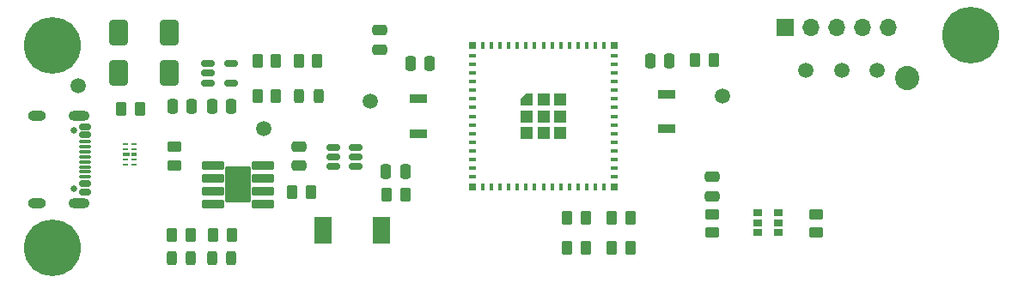
<source format=gts>
%TF.GenerationSoftware,KiCad,Pcbnew,8.0.8*%
%TF.CreationDate,2025-04-24T21:45:02+02:00*%
%TF.ProjectId,LD2420_Radar_ESP32,4c443234-3230-45f5-9261-6461725f4553,rev?*%
%TF.SameCoordinates,Original*%
%TF.FileFunction,Soldermask,Top*%
%TF.FilePolarity,Negative*%
%FSLAX46Y46*%
G04 Gerber Fmt 4.6, Leading zero omitted, Abs format (unit mm)*
G04 Created by KiCad (PCBNEW 8.0.8) date 2025-04-24 21:45:02*
%MOMM*%
%LPD*%
G01*
G04 APERTURE LIST*
G04 Aperture macros list*
%AMRoundRect*
0 Rectangle with rounded corners*
0 $1 Rounding radius*
0 $2 $3 $4 $5 $6 $7 $8 $9 X,Y pos of 4 corners*
0 Add a 4 corners polygon primitive as box body*
4,1,4,$2,$3,$4,$5,$6,$7,$8,$9,$2,$3,0*
0 Add four circle primitives for the rounded corners*
1,1,$1+$1,$2,$3*
1,1,$1+$1,$4,$5*
1,1,$1+$1,$6,$7*
1,1,$1+$1,$8,$9*
0 Add four rect primitives between the rounded corners*
20,1,$1+$1,$2,$3,$4,$5,0*
20,1,$1+$1,$4,$5,$6,$7,0*
20,1,$1+$1,$6,$7,$8,$9,0*
20,1,$1+$1,$8,$9,$2,$3,0*%
%AMFreePoly0*
4,1,6,0.600000,-0.600000,-0.600000,-0.600000,-0.600000,0.000000,0.000000,0.600000,0.600000,0.600000,0.600000,-0.600000,0.600000,-0.600000,$1*%
G04 Aperture macros list end*
%ADD10RoundRect,0.250000X0.475000X-0.250000X0.475000X0.250000X-0.475000X0.250000X-0.475000X-0.250000X0*%
%ADD11R,1.700000X0.900000*%
%ADD12RoundRect,0.250000X-0.262500X-0.450000X0.262500X-0.450000X0.262500X0.450000X-0.262500X0.450000X0*%
%ADD13C,1.500000*%
%ADD14RoundRect,0.150000X-0.512500X-0.150000X0.512500X-0.150000X0.512500X0.150000X-0.512500X0.150000X0*%
%ADD15RoundRect,0.250000X0.262500X0.450000X-0.262500X0.450000X-0.262500X-0.450000X0.262500X-0.450000X0*%
%ADD16RoundRect,0.250000X-0.250000X-0.475000X0.250000X-0.475000X0.250000X0.475000X-0.250000X0.475000X0*%
%ADD17RoundRect,0.243750X-0.243750X-0.456250X0.243750X-0.456250X0.243750X0.456250X-0.243750X0.456250X0*%
%ADD18RoundRect,0.102000X-0.985000X-0.300000X0.985000X-0.300000X0.985000X0.300000X-0.985000X0.300000X0*%
%ADD19RoundRect,0.102000X-1.206500X-1.651000X1.206500X-1.651000X1.206500X1.651000X-1.206500X1.651000X0*%
%ADD20C,3.600000*%
%ADD21C,5.600000*%
%ADD22RoundRect,0.250000X-0.475000X0.250000X-0.475000X-0.250000X0.475000X-0.250000X0.475000X0.250000X0*%
%ADD23RoundRect,0.250000X-0.450000X0.262500X-0.450000X-0.262500X0.450000X-0.262500X0.450000X0.262500X0*%
%ADD24C,0.650000*%
%ADD25RoundRect,0.150000X-0.425000X0.150000X-0.425000X-0.150000X0.425000X-0.150000X0.425000X0.150000X0*%
%ADD26RoundRect,0.075000X-0.500000X0.075000X-0.500000X-0.075000X0.500000X-0.075000X0.500000X0.075000X0*%
%ADD27O,2.100000X1.000000*%
%ADD28O,1.800000X1.000000*%
%ADD29RoundRect,0.250000X0.450000X-0.262500X0.450000X0.262500X-0.450000X0.262500X-0.450000X-0.262500X0*%
%ADD30R,0.625000X0.250000*%
%ADD31R,0.700000X0.450000*%
%ADD32R,0.575000X0.450000*%
%ADD33RoundRect,0.250000X-0.650000X1.000000X-0.650000X-1.000000X0.650000X-1.000000X0.650000X1.000000X0*%
%ADD34R,1.700000X1.700000*%
%ADD35O,1.700000X1.700000*%
%ADD36R,0.800000X0.400000*%
%ADD37R,0.400000X0.800000*%
%ADD38FreePoly0,0.000000*%
%ADD39R,1.200000X1.200000*%
%ADD40R,0.800000X0.800000*%
%ADD41RoundRect,0.075500X0.806500X0.226500X-0.806500X0.226500X-0.806500X-0.226500X0.806500X-0.226500X0*%
%ADD42RoundRect,0.250000X0.250000X0.475000X-0.250000X0.475000X-0.250000X-0.475000X0.250000X-0.475000X0*%
%ADD43RoundRect,0.091750X-0.365250X-0.275250X0.365250X-0.275250X0.365250X0.275250X-0.365250X0.275250X0*%
%ADD44C,2.390000*%
G04 APERTURE END LIST*
D10*
%TO.C,C8*%
X163750000Y-103150000D03*
X163750000Y-101250000D03*
%TD*%
D11*
%TO.C,RESET1*%
X192000000Y-107600000D03*
X192000000Y-111000000D03*
%TD*%
D12*
%TO.C,R2*%
X138250000Y-109000000D03*
X140075000Y-109000000D03*
%TD*%
%TO.C,R1*%
X194817500Y-104220000D03*
X196642500Y-104220000D03*
%TD*%
D13*
%TO.C,RESET2*%
X197500000Y-107750000D03*
%TD*%
D14*
%TO.C,U3*%
X146787500Y-104550000D03*
X146787500Y-105500000D03*
X146787500Y-106450000D03*
X149062500Y-106450000D03*
X149062500Y-104550000D03*
%TD*%
D15*
%TO.C,R13*%
X145075000Y-121500000D03*
X143250000Y-121500000D03*
%TD*%
D16*
%TO.C,C6*%
X164350000Y-115250000D03*
X166250000Y-115250000D03*
%TD*%
D13*
%TO.C,RX1*%
X209250000Y-105250000D03*
%TD*%
%TO.C,BOOT1*%
X162750000Y-108250000D03*
%TD*%
D17*
%TO.C,D1*%
X155800000Y-107750000D03*
X157675000Y-107750000D03*
%TD*%
D15*
%TO.C,R15*%
X156912500Y-117250000D03*
X155087500Y-117250000D03*
%TD*%
D12*
%TO.C,R3*%
X151675000Y-104250000D03*
X153500000Y-104250000D03*
%TD*%
D11*
%TO.C,BOOT2*%
X167500000Y-111450000D03*
X167500000Y-108050000D03*
%TD*%
D12*
%TO.C,R6*%
X182175000Y-122750000D03*
X184000000Y-122750000D03*
%TD*%
D18*
%TO.C,U5*%
X147275000Y-114595000D03*
X147275000Y-115865000D03*
X147275000Y-117135000D03*
X147275000Y-118405000D03*
X152225000Y-118405000D03*
X152225000Y-117135000D03*
X152225000Y-115865000D03*
X152225000Y-114595000D03*
D19*
X149750000Y-116500000D03*
%TD*%
D20*
%TO.C,H2*%
X222000000Y-101750000D03*
D21*
X222000000Y-101750000D03*
%TD*%
D20*
%TO.C,H1*%
X131500000Y-102750000D03*
D21*
X131500000Y-102750000D03*
%TD*%
D22*
%TO.C,C7*%
X155750000Y-112750000D03*
X155750000Y-114650000D03*
%TD*%
D23*
%TO.C,R8*%
X196500000Y-119425000D03*
X196500000Y-121250000D03*
%TD*%
D12*
%TO.C,R4*%
X155750000Y-104250000D03*
X157575000Y-104250000D03*
%TD*%
D24*
%TO.C,USB_C1*%
X133605000Y-111110000D03*
X133605000Y-116890000D03*
D25*
X134680000Y-110800000D03*
X134680000Y-111600000D03*
D26*
X134680000Y-112750000D03*
X134680000Y-113750000D03*
X134680000Y-114250000D03*
X134680000Y-115250000D03*
D25*
X134680000Y-116400000D03*
X134680000Y-117200000D03*
X134680000Y-117200000D03*
X134680000Y-116400000D03*
D26*
X134680000Y-115750000D03*
X134680000Y-114750000D03*
X134680000Y-113250000D03*
X134680000Y-112250000D03*
D25*
X134680000Y-111600000D03*
X134680000Y-110800000D03*
D27*
X134105000Y-109680000D03*
D28*
X129925000Y-109680000D03*
D27*
X134105000Y-118320000D03*
D28*
X129925000Y-118320000D03*
%TD*%
D29*
%TO.C,R12*%
X143500000Y-114575000D03*
X143500000Y-112750000D03*
%TD*%
D17*
%TO.C,D3*%
X147200000Y-123790000D03*
X149075000Y-123790000D03*
%TD*%
D14*
%TO.C,U6*%
X159112500Y-112800000D03*
X159112500Y-113750000D03*
X159112500Y-114700000D03*
X161387500Y-114700000D03*
X161387500Y-113750000D03*
X161387500Y-112800000D03*
%TD*%
D20*
%TO.C,H3*%
X131500000Y-122750000D03*
D21*
X131500000Y-122750000D03*
%TD*%
D13*
%TO.C,TX1*%
X205750000Y-105250000D03*
%TD*%
D30*
%TO.C,U2*%
X138700000Y-112500000D03*
X138700000Y-113000000D03*
D31*
X138737500Y-113500000D03*
D30*
X138700000Y-114000000D03*
X138700000Y-114500000D03*
X139475000Y-114500000D03*
X139475000Y-114000000D03*
D32*
X139500000Y-113500000D03*
D30*
X139475000Y-113000000D03*
X139475000Y-112500000D03*
%TD*%
D33*
%TO.C,D5*%
X143000000Y-101500000D03*
X143000000Y-105500000D03*
%TD*%
D13*
%TO.C,VBUS1*%
X134000000Y-106750000D03*
%TD*%
D17*
%TO.C,D2*%
X143200000Y-123750000D03*
X145075000Y-123750000D03*
%TD*%
D34*
%TO.C,LD2420*%
X203675000Y-101000000D03*
D35*
X206215000Y-101000000D03*
X208755000Y-101000000D03*
X211295000Y-101000000D03*
X213835000Y-101000000D03*
%TD*%
D23*
%TO.C,R9*%
X206750000Y-119425000D03*
X206750000Y-121250000D03*
%TD*%
D16*
%TO.C,C4*%
X147175000Y-108750000D03*
X149075000Y-108750000D03*
%TD*%
D15*
%TO.C,R16*%
X166250000Y-117500000D03*
X164425000Y-117500000D03*
%TD*%
D36*
%TO.C,U1*%
X172850000Y-103800000D03*
X172850000Y-104650000D03*
X172850000Y-105500000D03*
X172850000Y-106350000D03*
X172850000Y-107200000D03*
X172850000Y-108050000D03*
X172850000Y-108900000D03*
X172850000Y-109750000D03*
X172850000Y-110600000D03*
X172850000Y-111450000D03*
X172850000Y-112300000D03*
X172850000Y-113150000D03*
X172850000Y-114000000D03*
X172850000Y-114850000D03*
X172850000Y-115700000D03*
D37*
X173900000Y-116750000D03*
X174750000Y-116750000D03*
X175600000Y-116750000D03*
X176450000Y-116750000D03*
X177300000Y-116750000D03*
X178150000Y-116750000D03*
X179000000Y-116750000D03*
X179850000Y-116750000D03*
X180700000Y-116750000D03*
X181550000Y-116750000D03*
X182400000Y-116750000D03*
X183250000Y-116750000D03*
X184100000Y-116750000D03*
X184950000Y-116750000D03*
X185800000Y-116750000D03*
D36*
X186850000Y-115700000D03*
X186850000Y-114850000D03*
X186850000Y-114000000D03*
X186850000Y-113150000D03*
X186850000Y-112300000D03*
X186850000Y-111450000D03*
X186850000Y-110600000D03*
X186850000Y-109750000D03*
X186850000Y-108900000D03*
X186850000Y-108050000D03*
X186850000Y-107200000D03*
X186850000Y-106350000D03*
X186850000Y-105500000D03*
X186850000Y-104650000D03*
X186850000Y-103800000D03*
D37*
X185800000Y-102750000D03*
X184950000Y-102750000D03*
X184100000Y-102750000D03*
X183250000Y-102750000D03*
X182400000Y-102750000D03*
X181550000Y-102750000D03*
X180700000Y-102750000D03*
X179850000Y-102750000D03*
X179000000Y-102750000D03*
X178150000Y-102750000D03*
X177300000Y-102750000D03*
X176450000Y-102750000D03*
X175600000Y-102750000D03*
X174750000Y-102750000D03*
X173900000Y-102750000D03*
D38*
X178200000Y-108100000D03*
D39*
X178200000Y-109750000D03*
X178200000Y-111400000D03*
X179850000Y-108100000D03*
X179850000Y-109750000D03*
X179850000Y-111400000D03*
X181500000Y-108100000D03*
X181500000Y-109750000D03*
X181500000Y-111400000D03*
D40*
X172850000Y-102750000D03*
X172850000Y-116750000D03*
X186850000Y-116750000D03*
X186850000Y-102750000D03*
%TD*%
D33*
%TO.C,D6*%
X138000000Y-101500000D03*
X138000000Y-105500000D03*
%TD*%
D15*
%TO.C,R14*%
X149150000Y-121500000D03*
X147325000Y-121500000D03*
%TD*%
D16*
%TO.C,C2*%
X166750000Y-104500000D03*
X168650000Y-104500000D03*
%TD*%
D41*
%TO.C,Q1*%
X163880000Y-121975000D03*
X163880000Y-121325000D03*
X163880000Y-120675000D03*
X163880000Y-120025000D03*
X158120000Y-120025000D03*
X158120000Y-120675000D03*
X158120000Y-121325000D03*
X158120000Y-121975000D03*
%TD*%
D16*
%TO.C,C1*%
X190350000Y-104250000D03*
X192250000Y-104250000D03*
%TD*%
D12*
%TO.C,R7*%
X182175000Y-119750000D03*
X184000000Y-119750000D03*
%TD*%
%TO.C,R5*%
X151675000Y-107750000D03*
X153500000Y-107750000D03*
%TD*%
%TO.C,R11*%
X186585000Y-119750000D03*
X188410000Y-119750000D03*
%TD*%
D42*
%TO.C,C3*%
X145175000Y-108750000D03*
X143275000Y-108750000D03*
%TD*%
D43*
%TO.C,U4*%
X201015000Y-119250000D03*
X201015000Y-120250000D03*
X201015000Y-121250000D03*
X202985000Y-121250000D03*
X202985000Y-120250000D03*
X202985000Y-119250000D03*
%TD*%
D12*
%TO.C,R10*%
X186585000Y-122750000D03*
X188410000Y-122750000D03*
%TD*%
D13*
%TO.C,D4*%
X212750000Y-105250000D03*
%TD*%
%TO.C,3.3V1*%
X152250000Y-111000000D03*
%TD*%
D10*
%TO.C,C5*%
X196500000Y-117650000D03*
X196500000Y-115750000D03*
%TD*%
D44*
%TO.C,BT1*%
X215680000Y-106000000D03*
%TD*%
M02*

</source>
